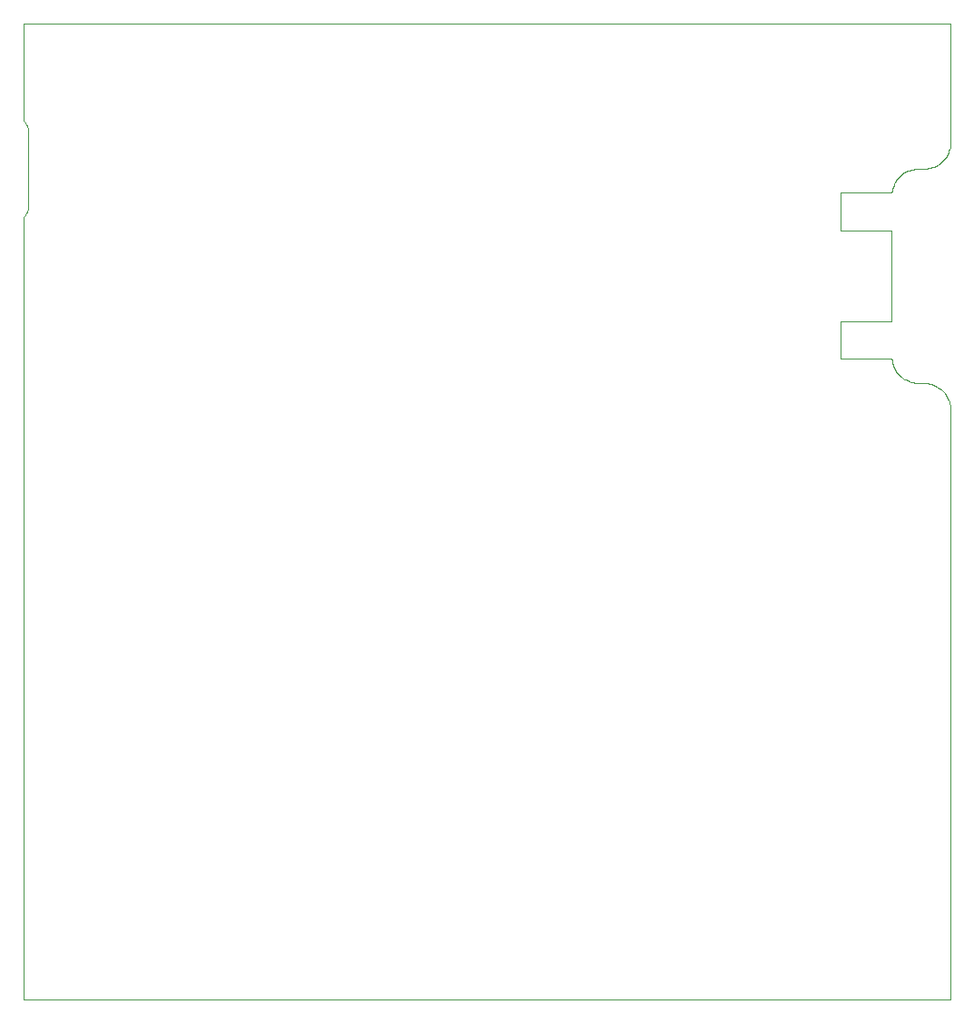
<source format=gko>
%FSTAX23Y23*%
%MOIN*%
%SFA1B1*%

%IPPOS*%
%ADD130C,0.001000*%
%LNsysdev3-1*%
%LPD*%
G54D130*
X03189Y01171D02*
X03001D01*
Y01033*
X03188*
Y00698*
X03001*
Y00561*
X03189Y00561*
D01*
X0319Y00554*
X03191Y00547*
X03193Y0054*
X03195Y00534*
X03198Y00528*
X03201Y00522*
X03205Y00516*
X03209Y0051*
X03213Y00505*
X03218Y005*
X03223Y00495*
X03229Y00491*
X03234Y00487*
X0324Y00484*
X03246Y00481*
X03253Y00478*
X03259Y00476*
X03266Y00474*
X03273Y00473*
X0328Y00472*
X03286Y00472*
X03287Y00472*
X03307*
D01*
X03313Y00472*
X0332Y00471*
X03327Y0047*
X03334Y00468*
X0334Y00466*
X03347Y00463*
X03353Y0046*
X03359Y00457*
X03364Y00453*
X0337Y00449*
X03375Y00444*
X0338Y00439*
X03384Y00434*
X03388Y00429*
X03392Y00423*
X03395Y00417*
X03398Y0041*
X034Y00404*
X03402Y00397*
X03404Y00391*
X03404Y00384*
X03405Y00377*
X03405Y00374*
Y-01791*
X0*
Y01082*
D01*
X00003Y01086*
X00006Y01089*
X00008Y01093*
X00011Y01097*
X00013Y01101*
X00015Y01106*
X00016Y0111*
X00017Y01115*
X00018Y01119*
X00019Y01124*
X00019Y01129*
X00019Y0113*
Y01389*
D01*
X00019Y01394*
X00019Y01398*
X00018Y01403*
X00017Y01408*
X00015Y01412*
X00013Y01416*
X00011Y01421*
X00009Y01425*
X00006Y01428*
X00003Y01432*
X0Y01436*
X0Y01437*
Y01791*
X03405*
Y01358*
D01*
X03405Y01351*
X03404Y01344*
X03403Y01337*
X03401Y01331*
X03399Y01324*
X03397Y01318*
X03393Y01312*
X0339Y01306*
X03386Y013*
X03382Y01295*
X03377Y01289*
X03372Y01285*
X03367Y0128*
X03362Y01276*
X03356Y01273*
X0335Y01269*
X03343Y01267*
X03337Y01264*
X0333Y01262*
X03324Y01261*
X03317Y0126*
X0331Y01259*
X03307Y01259*
X03287*
D01*
X0328Y01259*
X03273Y01258*
X03266Y01257*
X0326Y01256*
X03253Y01253*
X03247Y01251*
X03241Y01248*
X03235Y01244*
X03229Y01241*
X03224Y01236*
X03219Y01232*
X03214Y01227*
X03209Y01222*
X03205Y01216*
X03202Y0121*
X03198Y01204*
X03196Y01198*
X03193Y01191*
X03191Y01185*
X0319Y01178*
X03189Y01171*
X03189Y01171*
M02*
</source>
